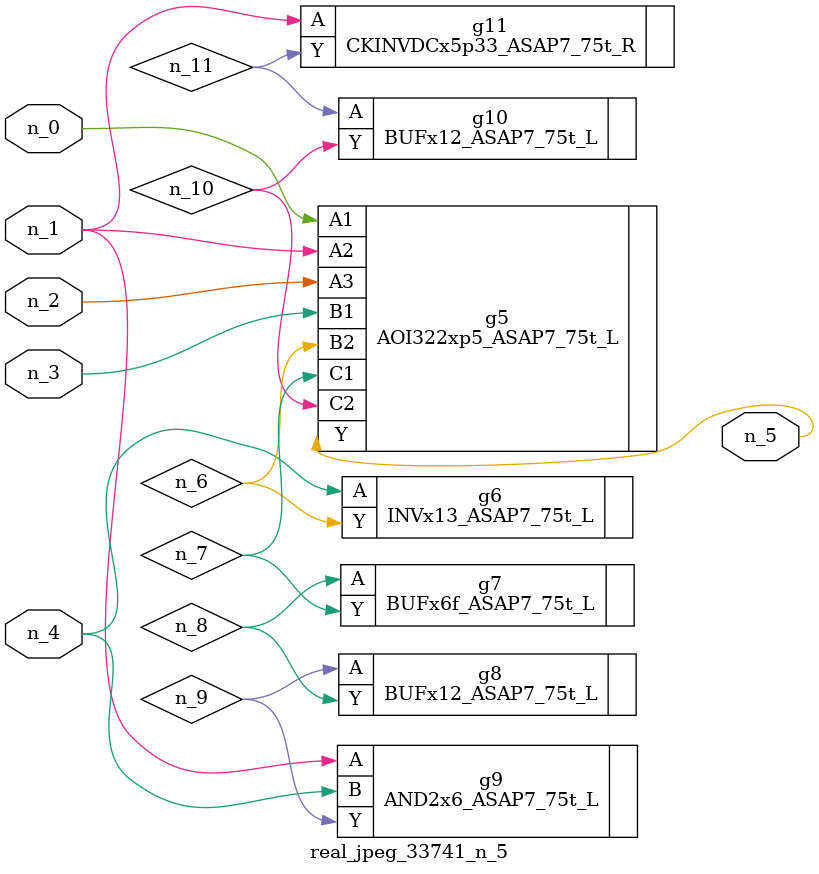
<source format=v>
module real_jpeg_33741_n_5 (n_4, n_0, n_1, n_2, n_3, n_5);

input n_4;
input n_0;
input n_1;
input n_2;
input n_3;

output n_5;

wire n_8;
wire n_11;
wire n_6;
wire n_7;
wire n_10;
wire n_9;

AOI322xp5_ASAP7_75t_L g5 ( 
.A1(n_0),
.A2(n_1),
.A3(n_2),
.B1(n_3),
.B2(n_6),
.C1(n_7),
.C2(n_10),
.Y(n_5)
);

AND2x6_ASAP7_75t_L g9 ( 
.A(n_1),
.B(n_4),
.Y(n_9)
);

CKINVDCx5p33_ASAP7_75t_R g11 ( 
.A(n_1),
.Y(n_11)
);

INVx13_ASAP7_75t_L g6 ( 
.A(n_4),
.Y(n_6)
);

BUFx6f_ASAP7_75t_L g7 ( 
.A(n_8),
.Y(n_7)
);

BUFx12_ASAP7_75t_L g8 ( 
.A(n_9),
.Y(n_8)
);

BUFx12_ASAP7_75t_L g10 ( 
.A(n_11),
.Y(n_10)
);


endmodule
</source>
